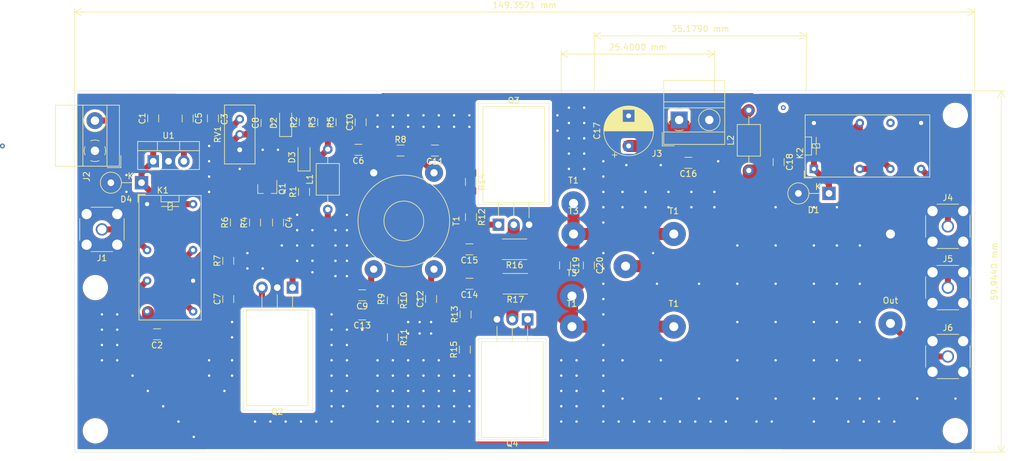
<source format=kicad_pcb>
(kicad_pcb (version 20211014) (generator pcbnew)
  (layers (0 "F.Cu" signal) (31 "B.Cu" signal) (34 "B.Paste" user) (35 "F.Paste" user) (36 "B.SilkS" user "B.Silkscreen") (37 "F.SilkS" user "F.Silkscreen") (38 "B.Mask" user) (39 "F.Mask" user) (44 "Edge.Cuts" user))
  (net 0 "")
  (net 1 "GND")
  (net 2 "Net-(C2-Pad1)")
  (net 3 "Net-(C8-Pad2)")
  (net 4 "Net-(C7-Pad2)")
  (net 5 "Bias_A")
  (net 6 "Net-(J1-Pad1)")
  (net 7 "12V_Switch")
  (net 8 "Net-(C11-Pad2)")
  (net 9 "Net-(C11-Pad1)")
  (net 10 "Net-(Q3-Pad1)")
  (net 11 "Net-(Q4-Pad1)")
  (net 12 "Net-(C12-Pad1)")
  (net 13 "Net-(C9-Pad1)")
  (net 14 "Net-(C2-Pad2)")
  (net 15 "Net-(C3-Pad1)")
  (net 16 "Net-(C14-Pad1)")
  (net 17 "Net-(C6-Pad2)")
  (net 18 "Net-(C7-Pad1)")
  (net 19 "Net-(C15-Pad1)")
  (net 20 "Net-(J4-Pad1)")
  (net 21 "Net-(C16-Pad2)")
  (net 22 "Net-(C4-Pad1)")
  (net 23 "Net-(C18-Pad2)")
  (net 24 "Net-(C19-Pad2)")
  (net 25 "Net-(C19-Pad1)")
  (net 26 "Net-(D3-Pad1)")
  (net 27 "Net-(D2-Pad1)")
  (net 28 "Net-(C12-Pad2)")
  (net 29 "Net-(J5-Pad1)")
  (net 30 "Net-(J6-Pad1)")
  (net 31 "Net-(C20-Pad2)")
  (net 32 "Net-(C20-Pad1)")
  (net 33 "Net-(K1-Pad6)")
  (footprint "Capacitor_SMD:C_1206_3216Metric_Pad1.42x1.75mm_HandSolder" (layer "F.Cu") (at 121.285 54.102 180)
    (fp_text reference "C11")
    (fp_text value "100n")
  )
  (footprint "Capacitor_SMD:C_1206_3216Metric_Pad1.42x1.75mm_HandSolder" (layer "F.Cu") (at 93.345 49.53 90)
    (fp_text reference "C8")
    (fp_text value "100n")
  )
  (footprint "Capacitor_SMD:C_1206_3216Metric_Pad1.42x1.75mm_HandSolder" (layer "F.Cu") (at 74.549 48.768 90)
    (fp_text reference "C1")
    (fp_text value "10u")
  )
  (footprint "Capacitor_SMD:C_1206_3216Metric_Pad1.42x1.75mm_HandSolder" (layer "F.Cu") (at 84.455 48.768 90)
    (fp_text reference "C3")
    (fp_text value "10u")
  )
  (footprint "Capacitor_SMD:C_1206_3216Metric_Pad1.42x1.75mm_HandSolder" (layer "F.Cu") (at 80.264 48.768 -90)
    (fp_text reference "C5")
    (fp_text value "100n")
  )
  (footprint "Capacitor_SMD:C_1206_3216Metric_Pad1.42x1.75mm_HandSolder" (layer "F.Cu") (at 163.322 56.134 180)
    (fp_text reference "C16")
    (fp_text value "100n")
  )
  (footprint "Connector_Coaxial:SMA_Amphenol_132134_Vertical" (layer "F.Cu") (at 66.04 67.183 180)
    (fp_text reference "J1")
    (fp_text value "Conn_Coaxial")
  )
  (footprint "TerminalBlock_MetzConnect:TerminalBlock_MetzConnect_Type011_RT05502HBWC_1x02_P5.00mm_Horizontal" (layer "F.Cu") (at 64.87668 54.13756 90)
    (fp_text reference "J2")
    (fp_text value "12V Switch")
  )
  (footprint "Connector_Coaxial:SMA_Amphenol_132134_Vertical" (layer "F.Cu") (at 206.375 76.835)
    (fp_text reference "J5")
    (fp_text value "Conn_Coaxial")
  )
  (footprint "TerminalBlock_MetzConnect:TerminalBlock_MetzConnect_Type011_RT05502HBWC_1x02_P5.00mm_Horizontal" (layer "F.Cu") (at 161.798 49.022)
    (fp_text reference "J3")
    (fp_text value "12V Power")
  )
  (footprint "Relay_THT:Relay_DPDT_Omron_G5V-2" (layer "F.Cu") (at 73.533 62.992)
    (fp_text reference "K1")
    (fp_text value "G5V-2")
  )
  (footprint "Relay_THT:Relay_DPDT_Omron_G5V-2" (layer "F.Cu") (at 184.15 57.15 90)
    (fp_text reference "K2")
    (fp_text value "G5V-2")
  )
  (footprint "Resistor_SMD:R_1206_3216Metric_Pad1.42x1.75mm_HandSolder" (layer "F.Cu") (at 127.254 65.151 -90)
    (fp_text reference "R12")
    (fp_text value "1")
  )
  (footprint "Resistor_SMD:R_1206_3216Metric_Pad1.42x1.75mm_HandSolder" (layer "F.Cu") (at 126.365 81.28 90)
    (fp_text reference "R13")
    (fp_text value "1")
  )
  (footprint "Package_TO_SOT_THT:TO-220-3_Vertical" (layer "F.Cu") (at 74.549 55.88)
    (fp_text reference "U1")
    (fp_text value "L7805")
  )
  (footprint "Capacitor_SMD:C_1206_3216Metric_Pad1.42x1.75mm_HandSolder" (layer "F.Cu") (at 127 70.485 180)
    (fp_text reference "C15")
    (fp_text value "100n")
  )
  (footprint "Capacitor_SMD:C_1206_3216Metric_Pad1.42x1.75mm_HandSolder" (layer "F.Cu") (at 127 76.2 180)
    (fp_text reference "C14")
    (fp_text value "100n")
  )
  (footprint "Resistor_SMD:R_2512_6332Metric_Pad1.52x3.35mm_HandSolder" (layer "F.Cu") (at 134.493 70.485 180)
    (fp_text reference "R16")
    (fp_text value "220")
  )
  (footprint "Resistor_SMD:R_2512_6332Metric_Pad1.52x3.35mm_HandSolder" (layer "F.Cu") (at 134.62 76.2 180)
    (fp_text reference "R17")
    (fp_text value "220")
  )
  (footprint "Package_TO_SOT_THT:TO-220-3_Horizontal_TabDown" (layer "F.Cu") (at 131.82092 66.40068)
    (fp_text reference "Q3")
    (fp_text value "IRF510")
  )
  (footprint "Package_TO_SOT_THT:TO-220-3_Horizontal_TabDown" (layer "F.Cu") (at 136.65708 82.10804 180)
    (fp_text reference "Q4")
    (fp_text value "IRF510")
  )
  (footprint "Potentiometer_THT:Potentiometer_Bourns_3296W_Vertical" (layer "F.Cu") (at 88.9 48.895 90)
    (fp_text reference "RV1")
    (fp_text value "R_POT")
  )
  (footprint "Resistor_SMD:R_1206_3216Metric_Pad1.42x1.75mm_HandSolder" (layer "F.Cu") (at 115.57 54.102)
    (fp_text reference "R8")
    (fp_text value "10")
  )
  (footprint "Capacitor_SMD:C_1206_3216Metric_Pad1.42x1.75mm_HandSolder" (layer "F.Cu") (at 142.875 73.152 -90)
    (fp_text reference "C19")
    (fp_text value "500p")
  )
  (footprint "Inductor_THT:L_Axial_L5.0mm_D3.6mm_P10.00mm_Horizontal_Murata_BL01RN1A2A2" (layer "F.Cu") (at 173.355 57.404 90)
    (fp_text reference "L2")
    (fp_text value "100u")
  )
  (footprint "Connector_Coaxial:SMA_Amphenol_132134_Vertical" (layer "F.Cu") (at 206.375 88.265)
    (fp_text reference "J6")
    (fp_text value "LPF")
  )
  (footprint "Connector_Coaxial:SMA_Amphenol_132134_Vertical" (layer "F.Cu") (at 206.375 66.675)
    (fp_text reference "J4")
    (fp_text value "LPF-Out")
  )
  (footprint "Capacitor_THT:CP_Radial_D8.0mm_P5.00mm" (layer "F.Cu") (at 153.416 53.34 90)
    (fp_text reference "C17")
    (fp_text value "100u")
  )
  (footprint "Capacitor_SMD:C_1206_3216Metric_Pad1.42x1.75mm_HandSolder" (layer "F.Cu") (at 178.308 56.007 -90)
    (fp_text reference "C18")
    (fp_text value "100n")
  )
  (footprint "Capacitor_SMD:C_1206_3216Metric_Pad1.42x1.75mm_HandSolder" (layer "F.Cu") (at 108.966 49.403 90)
    (fp_text reference "C10")
    (fp_text value "100n")
  )
  (footprint "Capacitor_SMD:C_1206_3216Metric_Pad1.42x1.75mm_HandSolder" (layer "F.Cu") (at 108.585 53.975 180)
    (fp_text reference "C6")
    (fp_text value "100n")
  )
  (footprint "Capacitor_SMD:C_1206_3216Metric_Pad1.42x1.75mm_HandSolder" (layer "F.Cu") (at 95.25 66.04 -90)
    (fp_text reference "C4")
    (fp_text value "1u")
  )
  (footprint "Capacitor_SMD:C_1206_3216Metric_Pad1.42x1.75mm_HandSolder" (layer "F.Cu") (at 109.22 78.105 180)
    (fp_text reference "C9")
    (fp_text value "100n")
  )
  (footprint "Capacitor_SMD:C_1206_3216Metric_Pad1.42x1.75mm_HandSolder" (layer "F.Cu") (at 86.995 78.74 90)
    (fp_text reference "C7")
    (fp_text value "100n")
  )
  (footprint "Capacitor_SMD:C_1206_3216Metric_Pad1.42x1.75mm_HandSolder" (layer "F.Cu") (at 75.184 84.582 180)
    (fp_text reference "C2")
    (fp_text value "100n")
  )
  (footprint "Diode_SMD:D_SOD-123" (layer "F.Cu") (at 96.52 49.53 90)
    (fp_text reference "D2")
    (fp_text value "D")
  )
  (footprint "Diode_SMD:D_SOD-123" (layer "F.Cu") (at 99.568 55.245 90)
    (fp_text reference "D3")
    (fp_text value "D")
  )
  (footprint "Inductor_THT:L_Axial_L5.0mm_D3.6mm_P10.00mm_Horizontal_Murata_BL01RN1A2A2" (layer "F.Cu") (at 103.505 63.881 90)
    (fp_text reference "L1")
    (fp_text value "100u")
  )
  (footprint "Package_TO_SOT_SMD:SOT-23" (layer "F.Cu") (at 93.472 60.452 -90)
    (fp_text reference "Q1")
    (fp_text value "2N3906")
  )
  (footprint "Package_TO_SOT_THT:TO-220-3_Horizontal_TabDown" (layer "F.Cu") (at 97.663 76.835 180)
    (fp_text reference "Q2")
    (fp_text value "RD6HHF1")
  )
  (footprint "Resistor_SMD:R_1206_3216Metric_Pad1.42x1.75mm_HandSolder" (layer "F.Cu") (at 99.695 49.403 90)
    (fp_text reference "R2")
    (fp_text value "10")
  )
  (footprint "Resistor_SMD:R_1206_3216Metric_Pad1.42x1.75mm_HandSolder" (layer "F.Cu") (at 102.743 49.403 90)
    (fp_text reference "R3")
    (fp_text value "10")
  )
  (footprint "Resistor_SMD:R_1206_3216Metric_Pad1.42x1.75mm_HandSolder" (layer "F.Cu") (at 105.791 49.403 90)
    (fp_text reference "R5")
    (fp_text value "10")
  )
  (footprint "Resistor_SMD:R_1206_3216Metric_Pad1.42x1.75mm_HandSolder" (layer "F.Cu") (at 99.568 60.96 90)
    (fp_text reference "R1")
    (fp_text value "1k")
  )
  (footprint "Resistor_SMD:R_1206_3216Metric_Pad1.42x1.75mm_HandSolder" (layer "F.Cu") (at 91.44 66.04 90)
    (fp_text reference "R4")
    (fp_text value "1k")
  )
  (footprint "Resistor_SMD:R_1206_3216Metric_Pad1.42x1.75mm_HandSolder" (layer "F.Cu") (at 86.995 72.39 90)
    (fp_text reference "R7")
    (fp_text value "560")
  )
  (footprint "Resistor_SMD:R_1206_3216Metric_Pad1.42x1.75mm_HandSolder" (layer "F.Cu") (at 88.265 66.04 90)
    (fp_text reference "R6")
    (fp_text value "1k")
  )
  (footprint "Transformer_THT:Transformer_Toroid_Horizontal_D14.0mm_Amidon-T50" (layer "F.Cu") (at 111.125 57.785 -90)
    (fp_text reference "T1")
    (fp_text value "Transformer_1P_1S")
  )
  (footprint "Connector_Wire:SolderWirePad_1x01_Drill1.5mm" (layer "F.Cu") (at 196.85 82.787249)
    (fp_text reference "Out")
    (fp_text value " ")
  )
  (footprint "Connector_Wire:SolderWirePad_1x01_Drill1.5mm" (layer "F.Cu") (at 144.018 83.312)
    (fp_text reference "T1")
    (fp_text value " ")
  )
  (footprint "Connector_Wire:SolderWirePad_1x01_Drill1.5mm" (layer "F.Cu") (at 144.272 62.865)
    (fp_text reference "T1")
    (fp_text value " ")
  )
  (footprint "Connector_Wire:SolderWirePad_1x01_Drill1.5mm" (layer "F.Cu") (at 144.272 67.945)
    (fp_text reference "T3")
    (fp_text value " ")
  )
  (footprint "Connector_Wire:SolderWirePad_1x01_Drill1.5mm" (layer "F.Cu") (at 144.018 78.232)
    (fp_text reference "T3")
    (fp_text value " ")
  )
  (footprint "MountingHole:MountingHole_3.2mm_M3" (layer "F.Cu") (at 207.61 100.575)
    (fp_text reference " ")
    (fp_text value " ")
  )
  (footprint "MountingHole:MountingHole_3.2mm_M3" (layer "F.Cu") (at 207.61 48.26)
    (fp_text reference " ")
    (fp_text value " ")
  )
  (footprint "MountingHole:MountingHole_3.2mm_M3" (layer "F.Cu") (at 64.95 100.59)
    (fp_text reference " ")
    (fp_text value " ")
  )
  (footprint "MountingHole:MountingHole_3.2mm_M3" (layer "F.Cu") (at 64.95 76.835)
    (fp_text reference " ")
    (fp_text value " ")
  )
  (footprint "Capacitor_SMD:C_1206_3216Metric_Pad1.42x1.75mm_HandSolder" (layer "F.Cu") (at 120.65 78.74 90)
    (fp_text reference "C12")
    (fp_text value "100n")
  )
  (footprint "Resistor_SMD:R_1206_3216Metric_Pad1.42x1.75mm_HandSolder" (layer "F.Cu") (at 114.3 78.9575 -90)
    (fp_text reference "R10")
    (fp_text value "1k")
  )
  (footprint "Resistor_SMD:R_1206_3216Metric_Pad1.42x1.75mm_HandSolder" (layer "F.Cu") (at 117.475 78.74 90)
    (fp_text reference "R9")
    (fp_text value "10")
  )
  (footprint "Resistor_SMD:R_1206_3216Metric_Pad1.42x1.75mm_HandSolder" (layer "F.Cu") (at 114.3 85.09 -90)
    (fp_text reference "R11")
    (fp_text value "1k")
  )
  (footprint "Capacitor_SMD:C_1206_3216Metric_Pad1.42x1.75mm_HandSolder" (layer "F.Cu") (at 109.22 81.28 180)
    (fp_text reference "C13")
    (fp_text value "100n")
  )
  (footprint "Connector_Wire:SolderWirePad_1x01_Drill1.5mm" (layer "F.Cu") (at 160.909 67.945)
    (fp_text reference "T1")
    (fp_text value " ")
  )
  (footprint "Connector_Wire:SolderWirePad_1x01_Drill1.5mm" (layer "F.Cu") (at 160.909 83.312)
    (fp_text reference "T1")
    (fp_text value " ")
  )
  (footprint "Connector_Wire:SolderWirePad_1x01_Drill1.5mm" (layer "F.Cu") (at 196.85 67.945)
    (fp_text reference " ")
    (fp_text value " ")
  )
  (footprint "Capacitor_SMD:C_1206_3216Metric_Pad1.42x1.75mm_HandSolder" (layer "F.Cu") (at 146.812 73.152 -90)
    (fp_text reference "C20")
    (fp_text value "500p")
  )
  (footprint "Connector_Wire:SolderWirePad_1x01_Drill1.5mm" (layer "F.Cu") (at 152.908 73.279)
    (fp_text reference " ")
    (fp_text value " ")
  )
  (footprint "Resistor_SMD:R_1206_3216Metric_Pad1.42x1.75mm_HandSolder" (layer "F.Cu") (at 127.254 59.309 -90)
    (fp_text reference "R14")
    (fp_text value "1k")
  )
  (footprint "Resistor_SMD:R_1206_3216Metric_Pad1.42x1.75mm_HandSolder" (layer "F.Cu") (at 126.238 87.122 90)
    (fp_text reference "R15")
    (fp_text value "1k")
  )
  (footprint "Diode_THT:D_DO-41_SOD81_P5.08mm_Vertical_KathodeUp" (layer "F.Cu") (at 72.607818 59.436 180)
    (fp_text reference "D4")
    (fp_text value "1n4007")
  )
  (footprint "Diode_THT:D_DO-41_SOD81_P5.08mm_Vertical_KathodeUp" (layer "F.Cu") (at 186.653818 61.214 180)
    (fp_text reference "D1")
    (fp_text value "1n4007")
  )
  (gr_line (start 61.49 104.13) (end 61.468 44.18584) (layer "Edge.Cuts") (width 0.05))
  (gr_line (start 128.524 85.344) (end 139.7 85.344) (layer "Edge.Cuts") (width 0.05))
  (gr_line (start 139.7 102.108) (end 128.524 102.108) (layer "Edge.Cuts") (width 0.05))
  (gr_line (start 139.7 85.344) (end 139.7 102.108) (layer "Edge.Cuts") (width 0.05))
  (gr_line (start 128.524 85.344) (end 128.524 102.108) (layer "Edge.Cuts") (width 0.05))
  (gr_line (start 89.535 97.155) (end 89.535 80.645) (layer "Edge.Cuts") (width 0.05))
  (gr_line (start 61.468 44.18584) (end 210.82 44.196) (layer "Edge.Cuts") (width 0.05))
  (gr_line (start 210.82 44.196) (end 210.82 104.14) (layer "Edge.Cuts") (width 0.05))
  (gr_line (start 100.965 97.155) (end 89.535 97.155) (layer "Edge.Cuts") (width 0.05))
  (gr_line (start 210.82 104.14) (end 61.49 104.13) (layer "Edge.Cuts") (width 0.05))
  (gr_line (start 100.965 80.645) (end 100.965 97.155) (layer "Edge.Cuts") (width 0.05))
  (gr_line (start 128.524 62.992) (end 128.524 46.228) (layer "Edge.Cuts") (width 0.05))
  (gr_line (start 128.524 46.228) (end 140.208 46.228) (layer "Edge.Cuts") (width 0.05))
  (gr_line (start 140.208 62.992) (end 128.524 62.992) (layer "Edge.Cuts") (width 0.05))
  (gr_line (start 140.208 46.228) (end 140.208 62.992) (layer "Edge.Cuts") (width 0.05))
  (gr_line (start 89.535 80.645) (end 100.965 80.645) (layer "Edge.Cuts") (width 0.05))
  (dimension (type aligned) (layer "F.SilkS") (pts (xy 210.82 44.196) (xy 210.82 104.14)) (height -4.41452) (gr_text "59.9440 mm" (at 214.08452 74.168 90) (layer "F.SilkS") (effects (font (size 1 1) (thickness 0.15)))) (format (units 2) (units_format 1) (precision 4)) (style (thickness 0.12) (arrow_length 1.27) (text_position_mode 0) (extension_height 0.58642) (extension_offset 0) keep_text_aligned))
  (dimension (type aligned) (layer "F.SilkS") (pts (xy 182.88 44.069) (xy 147.701 44.069)) (height 9.01218) (gr_text "35.1790 mm" (at 165.2905 33.90682) (layer "F.SilkS") (effects (font (size 1 1) (thickness 0.15)))) (format (units 2) (units_format 1) (precision 4)) (style (thickness 0.12) (arrow_length 1.27) (text_position_mode 0) (extension_height 0.58642) (extension_offset 0) keep_text_aligned))
  (dimension (type aligned) (layer "F.SilkS") (pts (xy 167.64 44.45) (xy 142.24 44.45)) (height 6.35) (gr_text "25.4000 mm" (at 154.94 36.95) (layer "F.SilkS") (effects (font (size 1 1) (thickness 0.15)))) (format (units 2) (units_format 1) (precision 4)) (style (thickness 0.12) (arrow_length 1.27) (text_position_mode 0) (extension_height 0.58642) (extension_offset 0) keep_text_aligned))
  (dimension (type aligned) (layer "F.SilkS") (pts (xy 210.82 44.196) (xy 61.46292 44.196)) (height 13.071768) (gr_text "149.3571 mm" (at 136.14146 29.974232) (layer "F.SilkS") (effects (font (size 1 1) (thickness 0.15)))) (format (units 2) (units_format 1) (precision 4)) (style (thickness 0.12) (arrow_length 1.27) (text_position_mode 0) (extension_height 0.58642) (extension_offset 0) keep_text_aligned))
  (via (at 49.53 53.34) (size 0.8) (drill 0.4) (layers "F.Cu" "B.Cu") (net 0))
  (via (at 124.46 50.165) (size 0.8) (drill 0.4) (layers "F.Cu" "B.Cu") (net 1))
  (via (at 66.04 81.28) (size 0.8) (drill 0.4) (layers "F.Cu" "B.Cu") (net 1))
  (via (at 87.63 82.55) (size 0.8) (drill 0.4) (layers "F.Cu" "B.Cu") (net 1))
  (via (at 100.965 67.31) (size 0.8) (drill 0.4) (layers "F.Cu" "B.Cu") (net 1))
  (via (at 167.005 99.06) (size 0.8) (drill 0.4) (layers "F.Cu" "B.Cu") (net 1))
  (via (at 149.225 76.2) (size 0.8) (drill 0.4) (layers "F.Cu" "B.Cu") (net 1))
  (via (at 98.425 67.31) (size 0.8) (drill 0.4) (layers "F.Cu" "B.Cu") (net 1))
  (via (at 149.225 63.5) (size 0.8) (drill 0.4) (layers "F.Cu" "B.Cu") (net 1))
  (via (at 149.225 55.88) (size 0.8) (drill 0.4) (layers "F.Cu" "B.Cu") (net 1))
  (via (at 165.1 95.25) (size 0.8) (drill 0.4) (layers "F.Cu" "B.Cu") (net 1))
  (via (at 171.45 88.9) (size 0.8) (drill 0.4) (layers "F.Cu" "B.Cu") (net 1))
  (via (at 98.425 64.77) (size 0.8) (drill 0.4) (layers "F.Cu" "B.Cu") (net 1))
  (via (at 73.66 93.98) (size 0.8) (drill 0.4) (layers "F.Cu" "B.Cu") (net 1))
  (via (at 118.745 82.55) (size 0.8) (drill 0.4) (layers "F.Cu" "B.Cu") (net 1))
  (via (at 143.51 46.99) (size 0.8) (drill 0.4) (layers "F.Cu" "B.Cu") (net 1))
  (via (at 184.15 69.85) (size 0.8) (drill 0.4) (layers "F.Cu" "B.Cu") (net 1))
  (via (at 91.44 99.06) (size 0.8) (drill 0.4) (layers "F.Cu" "B.Cu") (net 1))
  (via (at 171.45 69.85) (size 0.8) (drill 0.4) (layers "F.Cu" "B.Cu") (net 1))
  (via (at 161.925 99.06) (size 0.8) (drill 0.4) (layers "F.Cu" "B.Cu") (net 1))
  (via (at 90.17 71.12) (size 0.8) (drill 0.4) (layers "F.Cu" "B.Cu") (net 1))
  (via (at 156.21 63.5) (size 0.8) (drill 0.4) (layers "F.Cu" "B.Cu") (net 1))
  (via (at 157.48 71.12) (size 0.8) (drill 0.4) (layers "F.Cu" "B.Cu") (net 1))
  (via (at 120.65 84.455) (size 0.8) (drill 0.4) (layers "F.Cu" "B.Cu") (net 1))
  (via (at 95.885 69.85) (size 0.8) (drill 0.4) (layers "F.Cu" "B.Cu") (net 1))
  (via (at 111.76 93.98) (size 0.8) (drill 0.4) (layers "F.Cu" "B.Cu") (net 1))
  (via (at 127 96.52) (size 0.8) (drill 0.4) (layers "F.Cu" "B.Cu") (net 1))
  (via (at 83.82 55.88) (size 0.8) (drill 0.4) (layers "F.Cu" "B.Cu") (net 1))
  (via (at 149.225 99.06) (size 0.8) (drill 0.4) (layers "F.Cu" "B.Cu") (net 1))
  (via (at 98.425 72.39) (size 0.8) (drill 0.4) (layers "F.Cu" "B.Cu") (net 1))
  (via (at 111.76 91.44) (size 0.8) (drill 0.4) (layers "F.Cu" "B.Cu") (net 1))
  (via (at 114.3 48.26) (size 0.8) (drill 0.4) (layers "F.Cu" "B.Cu") (net 1))
  (via (at 96.52 99.06) (size 0.8) (drill 0.4) (layers "F.Cu" "B.Cu") (net 1))
  (via (at 116.84 93.98) (size 0.8) (drill 0.4) (layers "F.Cu" "B.Cu") (net 1))
  (via (at 124.46 93.98) (size 0.8) (drill 0.4) (layers "F.Cu" "B.Cu") (net 1))
  (via (at 184.15 88.9) (size 0.8) (drill 0.4) (layers "F.Cu" "B.Cu") (net 1))
  (via (at 119.38 96.52) (size 0.8) (drill 0.4) (layers "F.Cu" "B.Cu") (net 1))
  (via (at 106.68 67.31) (size 0.8) (drill 0.4) (layers "F.Cu" "B.Cu") (net 1))
  (via (at 104.14 81.28) (size 0.8) (drill 0.4) (layers "F.Cu" "B.Cu") (net 1))
  (via (at 121.92 88.9) (size 0.8) (drill 0.4) (layers "F.Cu" "B.Cu") (net 1))
  (via (at 104.14 86.36) (size 0.8) (drill 0.4) (layers "F.Cu" "B.Cu") (net 1))
  (via (at 116.84 91.44) (size 0.8) (drill 0.4) (layers "F.Cu" "B.Cu") (net 1))
  (via (at 119.38 99.06) (size 0.8) (drill 0.4) (layers "F.Cu" "B.Cu") (net 1))
  (via (at 83.82 58.42) (size 0.8) (drill 0.4) (layers "F.Cu" "B.Cu") (net 1))
  (via (at 191.77 82.55) (size 0.8) (drill 0.4) (layers "F.Cu" "B.Cu") (net 1))
  (via (at 119.38 91.44) (size 0.8) (drill 0.4) (layers "F.Cu" "B.Cu") (net 1))
  (via (at 104.14 88.9) (size 0.8) (drill 0.4) (layers "F.Cu" "B.Cu") (net 1))
  (via (at 158.75 56.515) (size 0.8) (drill 0.4) (layers "F.Cu" "B.Cu") (net 1))
  (via (at 104.775 72.39) (size 0.8) (drill 0.4) (layers "F.Cu" "B.Cu") (net 1))
  (via (at 143.51 57.15) (size 0.8) (drill 0.4) (layers "F.Cu" "B.Cu") (net 1))
  (via (at 156.21 60.96) (size 0.8) (drill 0.4) (layers "F.Cu" "B.Cu") (net 1))
  (via (at 71.12 91.44) (size 0.8) (drill 0.4) (layers "F.Cu" "B.Cu") (net 1))
  (via (at 191.77 95.25) (size 0.8) (drill 0.4) (layers "F.Cu" "B.Cu") (net 1))
  (via (at 156.845 99.06) (size 0.8) (drill 0.4) (layers "F.Cu" "B.Cu") (net 1))
  (via (at 177.8 88.9) (size 0.8) (drill 0.4) (layers "F.Cu" "B.Cu") (net 1))
  (via (at 163.83 63.5) (size 0.8) (drill 0.4) (layers "F.Cu" "B.Cu") (net 1))
  (via (at 149.225 78.74) (size 0.8) (drill 0.4) (layers "F.Cu" "B.Cu") (net 1))
  (via (at 146.05 54.61) (size 0.8) (drill 0.4) (layers "F.Cu" "B.Cu") (net 1))
  (via (at 184.15 63.5) (size 0.8) (drill 0.4) (layers "F.Cu" "B.Cu") (net 1))
  (via (at 191.77 69.85) (size 0.8) (drill 0.4) (layers "F.Cu" "B.Cu") (net 1))
  (via (at 158.75 88.9) (size 0.8) (drill 0.4) (layers "F.Cu" "B.Cu") (net 1))
  (via (at 106.68 74.93) (size 0.8) (drill 0.4) (layers "F.Cu" "B.Cu") (net 1))
  (via (at 141.605 50.8) (size 0.8) (drill 0.4) (layers "F.Cu" "B.Cu") (net 1))
  (via (at 127 48.26) (size 0.8) (drill 0.4) (layers "F.Cu" "B.Cu") (net 1))
  (via (at 197.485 99.06) (size 0.8) (drill 0.4) (layers "F.Cu" "B.Cu") (net 1))
  (via (at 149.225 66.04) (size 0.8) (drill 0.4) (layers "F.Cu" "B.Cu") (net 1))
  (via (at 177.8 76.2) (size 0.8) (drill 0.4) (layers "F.Cu" "B.Cu") (net 1))
  (via (at 83.82 60.96) (size 0.8) (drill 0.4) (layers "F.Cu" "B.Cu") (net 1))
  (via (at 127 99.06) (size 0.8) (drill 0.4) (layers "F.Cu" "B.Cu") (net 1))
  (via (at 116.84 84.455) (size 0.8) (drill 0.4) (layers "F.Cu" "B.Cu") (net 1))
  (via (at 160.02 60.96) (size 0.8) (drill 0.4) (layers "F.Cu" "B.Cu") (net 1))
  (via (at 121.92 91.44) (size 0.8) (drill 0.4) (layers "F.Cu" "B.Cu") (net 1))
  (via (at 177.165 99.06) (size 0.8) (drill 0.4) (layers "F.Cu" "B.Cu") (net 1))
  (via (at 152.4 60.96) (size 0.8) (drill 0.4) (layers "F.Cu" "B.Cu") (net 1))
  (via (at 106.68 91.44) (size 0.8) (drill 0.4) (layers "F.Cu" "B.Cu") (net 1))
  (via (at 83.82 53.34) (size 0.8) (drill 0.4) (layers "F.Cu" "B.Cu") (net 1))
  (via (at 146.05 46.99) (size 0.8) (drill 0.4) (layers "F.Cu" "B.Cu") (net 1))
  (via (at 78.74 99.06) (size 0.8) (drill 0.4) (layers "F.Cu" "B.Cu") (net 1))
  (via (at 142.24 93.98) (size 0.8) (drill 0.4) (layers "F.Cu" "B.Cu") (net 1))
  (via (at 154.305 99.06) (size 0.8) (drill 0.4) (layers "F.Cu" "B.Cu") (net 1))
  (via (at 144.78 93.98) (size 0.8) (drill 0.4) (layers "F.Cu" "B.Cu") (net 1))
  (via (at 191.77 88.9) (size 0.8) (drill 0.4) (layers "F.Cu" "B.Cu") (net 1))
  (via (at 164.465 99.06) (size 0.8) (drill 0.4) (layers "F.Cu" "B.Cu") (net 1))
  (via (at 106.68 72.39) (size 0.8) (drill 0.4) (layers "F.Cu" "B.Cu") (net 1))
  (via (at 114.3 88.9) (size 0.8) (drill 0.4) (layers "F.Cu" "B.Cu") (net 1))
  (via (at 144.78 91.44) (size 0.8) (drill 0.4) (layers "F.Cu" "B.Cu") (net 1))
  (via (at 144.78 99.06) (size 0.8) (drill 0.4) (layers "F.Cu" "B.Cu") (net 1))
  (via (at 116.84 88.9) (size 0.8) (drill 0.4) (layers "F.Cu" "B.Cu") (net 1))
  (via (at 149.225 91.44) (size 0.8) (drill 0.4) (layers "F.Cu" "B.Cu") (net 1))
  (via (at 153.035 56.515) (size 0.8) (drill 0.4) (layers "F.Cu" "B.Cu") (net 1))
  (via (at 106.045 96.52) (size 0.8) (drill 0.4) (layers "F.Cu" "B.Cu") (net 1))
  (via (at 70.104 58.166) (size 0.8) (drill 0.4) (layers "F.Cu" "B.Cu") (net 1))
  (via (at 100.965 69.85) (size 0.8) (drill 0.4) (layers "F.Cu" "B.Cu") (net 1))
  (via (at 87.63 91.44) (size 0.8) (drill 0.4) (layers "F.Cu" "B.Cu") (net 1))
  (via (at 149.225 81.28) (size 0.8) (drill 0.4) (layers "F.Cu" "B.Cu") (net 1))
  (via (at 121.92 48.26) (size 0.8) (drill 0.4) (layers "F.Cu" "B.Cu") (net 1))
  (via (at 149.225 71.12) (size 0.8) (drill 0.4) (layers "F.Cu" "B.Cu") (net 1))
  (via (at 114.3 99.06) (size 0.8) (drill 0.4) (layers "F.Cu" "B.Cu") (net 1))
  (via (at 127 93.98) (size 0.8) (drill 0.4) (layers "F.Cu" "B.Cu") (net 1))
  (via (at 106.68 64.77) (size 0.8) (drill 0.4) (layers "F.Cu" "B.Cu") (net 1))
  (via (at 104.14 96.52) (size 0.8) (drill 0.4) (layers "F.Cu" "B.Cu") (net 1))
  (via (at 106.68 86.36) (size 0.8) (drill 0.4) (layers "F.Cu" "B.Cu") (net 1))
  (via (at 143.51 54.61) (size 0.8) (drill 0.4) (layers "F.Cu" "B.Cu") (net 1))
  (via (at 149.225 58.42) (size 0.8) (drill 0.4) (layers "F.Cu" "B.Cu") (net 1))
  (via (at 141.605 48.26) (size 0.8) (drill 0.4) (layers "F.Cu" "B.Cu") (net 1))
  (via (at 66.04 88.9) (size 0.8) (drill 0.4) (layers "F.Cu" "B.Cu") (net 1))
  (via (at 149.225 86.36) (size 0.8) (drill 0.4) (layers "F.Cu" "B.Cu") (net 1))
  (via (at 106.68 83.82) (size 0.8) (drill 0.4) (layers "F.Cu" "B.Cu") (net 1))
  (via (at 184.15 76.2) (size 0.8) (drill 0.4) (layers "F.Cu" "B.Cu") (net 1))
  (via (at 119.38 88.9) (size 0.8) (drill 0.4) (layers "F.Cu" "B.Cu") (net 1))
  (via (at 146.05 52.07) (size 0.8) (drill 0.4) (layers "F.Cu" "B.Cu") (net 1))
  (via (at 191.77 76.2) (size 0.8) (drill 0.4) (layers "F.Cu" "B.Cu") (net 1))
  (via (at 104.14 91.44) (size 0.8) (drill 0.4) (layers "F.Cu" "B.Cu") (net 1))
  (via (at 174.625 99.06) (size 0.8) (drill 0.4) (layers "F.Cu" "B.Cu") (net 1))
  (via (at 101.6 99.06) (size 0.8) (drill 0.4) (layers "F.Cu" "B.Cu") (net 1))
  (via (at 119.38 48.26) (size 0.8) (drill 0.4) (layers "F.Cu" "B.Cu") (net 1))
  (via (at 184.15 82.55) (size 0.8) (drill 0.4) (layers "F.Cu" "B.Cu") (net 1))
  (via (at 68.58 88.9) (size 0.8) (drill 0.4) (layers "F.Cu" "B.Cu") (net 1))
  (via (at 149.225 60.96) (size 0.8) (drill 0.4) (layers "F.Cu" "B.Cu") (net 1))
  (via (at 177.8 63.5) (size 0.8) (drill 0.4) (layers "F.Cu" "B.Cu") (net 1))
  (via (at 116.84 82.55) (size 0.8) (drill 0.4) (layers "F.Cu" "B.Cu") (net 1))
  (via (at 184.15 99.06) (size 0.8) (drill 0.4) (layers "F.Cu" "B.Cu") (net 1))
  (via (at 81.28 101.6) (size 0.8) (drill 0.4) (layers "F.Cu" "B.Cu") (net 1))
  (via (at 124.46 99.06) (size 0.8) (drill 0.4) (layers "F.Cu" "B.Cu") (net 1))
  (via (at 163.83 60.96) (size 0.8) (drill 0.4) (layers "F.Cu" "B.Cu") (net 1))
  (via (at 124.46 91.44) (size 0.8) (drill 0.4) (layers "F.Cu" "B.Cu") (net 1))
  (via (at 142.24 99.06) (size 0.8) (drill 0.4) (layers "F.Cu" "B.Cu") (net 1))
  (via (at 114.3 91.44) (size 0.8) (drill 0.4) (layers "F.Cu" "B.Cu") (net 1))
  (via (at 66.04 83.82) (size 0.8) (drill 0.4) (layers "F.Cu" "B.Cu") (net 1))
  (via (at 111.76 50.165) (size 0.8) (drill 0.4) (layers "F.Cu" "B.Cu") (net 1))
  (via (at 121.92 99.06) (size 0.8) (drill 0.4) (layers "F.Cu" "B.Cu") (net 1))
  (via (at 127 91.44) (size 0.8) (drill 0.4) (layers "F.Cu" "B.Cu") (net 1))
  (via (at 120.65 82.55) (size 0.8) (drill 0.4) (layers "F.Cu" "B.Cu") (net 1))
  (via (at 68.58 83.82) (size 0.8) (drill 0.4) (layers "F.Cu" "B.Cu") (net 1))
  (via (at 177.8 69.85) (size 0.8) (drill 0.4) (layers "F.Cu" "B.Cu") (net 1))
  (via (at 88.9 57.15) (size 0.8) (drill 0.4) (layers "F.Cu" "B.Cu") (net 1))
  (via (at 144.78 88.9) (size 0.8) (drill 0.4) (layers "F.Cu" "B.Cu") (net 1))
  (via (at 142.24 88.9) (size 0.8) (drill 0.4) (layers "F.Cu" "B.Cu") (net 1))
  (via (at 192.405 99.06) (size 0.8) (drill 0.4) (layers "F.Cu" "B.Cu") (net 1))
  (via (at 158.115 76.2) (size 0.8) (drill 0.4) (layers "F.Cu" "B.Cu") (net 1))
  (via (at 152.4 95.25) (size 0.8) (drill 0.4) (layers "F.Cu" "B.Cu") (net 1))
  (via (at 187.96 95.25) (size 0.8) (drill 0.4) (layers "F.Cu" "B.Cu") (net 1))
  (via (at 149.225 88.9) (size 0.8) (drill 0.4) (layers "F.Cu" "B.Cu") (net 1))
  (via (at 116.84 48.26) (size 0.8) (drill 0.4) (layers "F.Cu" "B.Cu") (net 1))
  (via (at 92.71 53.975) (size 0.8) (drill 0.4) (layers "F.Cu" "B.Cu") (net 1))
  (via (at 142.24 96.52) (size 0.8) (drill 0.4) (layers "F.Cu" "B.Cu") (net 1))
  (via (at 106.68 69.85) (size 0.8) (drill 0.4) (layers "F.Cu" "B.Cu") (net 1))
  (via (at 86.36 93.98) (size 0.8) (drill 0.4) (layers "F.Cu" "B.Cu") (net 1))
  (via (at 152.4 88.9) (size 0.8) (drill 0.4) (layers "F.Cu" "B.Cu") (net 1))
  (via (at 109.22 83.82) (size 0.8) (drill 0.4) (layers "F.Cu" "B.Cu") (net 1))
  (via (at 87.63 85.09) (size 0.8) (drill 0.4) (layers "F.Cu" "B.Cu") (net 1))
  (via (at 187.96 63.5) (size 0.8) (drill 0.4) (layers "F.Cu" "B.Cu") (net 1))
  (via (at 158.75 95.25) (size 0.8) (drill 0.4) (layers "F.Cu" "B.Cu") (net 1))
  (via (at 152.4 63.5) (size 0.8) (drill 0.4) (layers "F.Cu" "B.Cu") (net 1))
  (via (at 142.24 91.44) (size 0.8) (drill 0.4) (layers "F.Cu" "B.Cu") (net 1))
  (via (at 167.64 60.96) (size 0.8) (drill 0.4) (layers "F.Cu" "B.Cu") (net 1))
  (via (at 121.92 50.165) (size 0.8) (drill 0.4) (layers "F.Cu" "B.Cu") (net 1))
  (via (at 111.76 88.9) (size 0.8) (drill 0.4) (layers "F.Cu" "B.Cu") (net 1))
  (via (at 104.14 99.06) (size 0.8) (drill 0.4) (layers "F.Cu" "B.Cu") (net 1))
  (via (at 92.71 73.66) (size 0.8) (drill 0.4) (layers "F.Cu" "B.Cu") (net 1))
  (via (at 184.15 95.25) (size 0.8) (drill 0.4) (layers "F.Cu" "B.Cu") (net 1))
  (via (at 118.745 84.455) (size 0.8) (drill 0.4) (layers "F.Cu" "B.Cu") (net 1))
  (via (at 187.96 82.55) (size 0.8) (drill 0.4) (layers "F.Cu" "B.Cu") (net 1))
  (via (at 124.46 48.26) (size 0.8) (drill 0.4) (layers "F.Cu" "B.Cu") (net 1))
  (via (at 93.98 99.06) (size 0.8) (drill 0.4) (layers "F.Cu" "B.Cu") (net 1))
  (via (at 149.225 96.52) (size 0.8) (drill 0.4) (layers "F.Cu" "B.Cu") (net 1))
  (via (at 171.45 95.25) (size 0.8) (drill 0.4) (layers "F.Cu" "B.Cu") (net 1))
  (via (at 119.38 50.165) (size 0.8) (drill 0.4) (layers "F.Cu" "B.Cu") (net 1))
  (via (at 151.765 99.06) (size 0.8) (drill 0.4) (layers "F.Cu" "B.Cu") (net 1))
  (via (at 114.3 93.98) (size 0.8) (drill 0.4) (layers "F.Cu" "B.Cu") (net 1))
  (via (at 187.96 76.2) (size 0.8) (drill 0.4) (layers "F.Cu" "B.Cu") (net 1))
  (via (at 167.64 63.5) (size 0.8) (drill 0.4) (layers "F.Cu" "B.Cu") (net 1))
  (via (at 83.82 91.44) (size 0.8) (drill 0.4) (layers "F.Cu" "B.Cu") (net 1))
  (via (at 177.8 82.55) (size 0.8) (drill 0.4) (layers "F.Cu" "B.Cu") (net 1))
  (via (at 165.1 76.2) (size 0.8) (drill 0.4) (layers "F.Cu" "B.Cu") (net 1))
  (via (at 104.14 83.82) (size 0.8) (drill 0.4) (layers "F.Cu" "B.Cu") (net 1))
  (via (at 171.45 82.55) (size 0.8) (drill 0.4) (layers "F.Cu" "B.Cu") (net 1))
  (via (at 116.84 99.06) (size 0.8) (drill 0.4) (layers "F.Cu" "B.Cu") (net 1))
  (via (at 160.02 63.5) (size 0.8) (drill 0.4) (layers "F.Cu" "B.Cu") (net 1))
  (via (at 83.82 88.9) (size 0.8) (drill 0.4) (layers "F.Cu" "B.Cu") (net 1))
  (via (at 119.38 93.98) (size 0.8) (drill 0.4) (layers "F.Cu" "B.Cu") (net 1))
  (via (at 146.05 49.53) (size 0.8) (drill 0.4) (layers "F.Cu" "B.Cu") (net 1))
  (via (at 87.63 88.9) (size 0.8) (drill 0.4) (layers "F.Cu" "B.Cu") (net 1))
  (via (at 194.945 99.06) (size 0.8) (drill 0.4) (layers "F.Cu" "B.Cu") (net 1))
  (via (at 76.2 96.52) (size 0.8) (drill 0.4) (layers "F.Cu" "B.Cu") (net 1))
  (via (at 187.96 69.85) (size 0.8) (drill 0.4) (layers "F.Cu" "B.Cu") (net 1))
  (via (at 70.104 60.96) (size 0.8) (drill 0.4) (layers "F.Cu" "B.Cu") (net 1))
  (via (at 169.545 99.06) (size 0.8) (drill 0.4) (layers "F.Cu" "B.Cu") (net 1))
  (via (at 194.945 95.25) (size 0.8) (drill 0.4) (layers "F.Cu" "B.Cu") (net 1))
  (via (at 149.225 73.66) (size 0.8) (drill 0.4) (layers "F.Cu" "B.Cu") (net 1))
  (via (at 104.14 93.98) (size 0.8) (drill 0.4) (layers "F.Cu" "B.Cu") (net 1))
  (via (at 168.275 55.88) (size 0.8) (drill 0.4) (layers "F.Cu" "B.Cu") (net 1))
  (via (at 95.25 53.975) (size 0.8) (drill 0.4) (layers "F.Cu" "B.Cu") (net 1))
  (via (at 114.3 96.52) (size 0.8) (drill 0.4) (layers "F.Cu" "B.Cu") (net 1))
  (via (at 111.76 96.52) (size 0.8) (drill 0.4) (layers "F.Cu" "B.Cu") (net 1))
  (via (at 144.78 96.52) (size 0.8) (drill 0.4) (layers "F.Cu" "B.Cu") (net 1))
  (via (at 116.84 96.52) (size 0.8) (drill 0.4) (layers "F.Cu" "B.Cu") (net 1))
  (via (at 143.51 52.07) (size 0.8) (drill 0.4) (layers "F.Cu" "B.Cu") (net 1))
  (via (at 66.04 86.36) (size 0.8) (drill 0.4) (layers "F.Cu" "B.Cu") (net 1))
  (via (at 171.45 76.2) (size 0.8) (drill 0.4) (layers "F.Cu" "B.Cu") (net 1))
  (via (at 127 50.165) (size 0.8) (drill 0.4) (layers "F.Cu" "B.Cu") (net 1))
  (via (at 68.58 81.28) (size 0.8) (drill 0.4) (layers "F.Cu" "B.Cu") (net 1))
  (via (at 187.96 88.9) (size 0.8) (drill 0.4) (layers "F.Cu" "B.Cu") (net 1))
  (via (at 100.965 74.295) (size 0.8) (drill 0.4) (layers "F.Cu" "B.Cu") (net 1))
  (via (at 149.225 93.98) (size 0.8) (drill 0.4) (layers "F.Cu" "B.Cu") (net 1))
  (via (at 116.84 50.165) (size 0.8) (drill 0.4) (layers "F.Cu" "B.Cu") (net 1))
  (via (at 98.425 69.85) (size 0.8) (drill 0.4) (layers "F.Cu" "B.Cu") (net 1))
  (via (at 207.645 95.25) (size 0.8) (drill 0.4) (layers "F.Cu" "B.Cu") (net 1))
  (via (at 99.06 99.06) (size 0.8) (drill 0.4) (layers "F.Cu" "B.Cu") (net 1))
  (via (at 106.68 88.9) (size 0.8) (drill 0.4) (layers "F.Cu" "B.Cu") (net 1))
  (via (at 124.46 96.52) (size 0.8) (drill 0.4) (layers "F.Cu" "B.Cu") (net 1))
  (via (at 146.05 57.15) (size 0.8) (drill 0.4) (layers "F.Cu" "B.Cu") (net 1))
  (via (at 201.295 95.25) (size 0.8) (drill 0.4) (layers "F.Cu" "B.Cu") (net 1))
  (via (at 177.8 95.25) (size 0.8) (drill 0.4) (layers "F.Cu" "B.Cu") (net 1))
  (via (at 121.92 96.52) (size 0.8) (drill 0.4) (layers "F.Cu" "B.Cu") (net 1))
  (via (at 104.775 69.85) (size 0.8) (drill 0.4) (layers "F.Cu" "B.Cu") (net 1))
  (via (at 143.51 49.53) (size 0.8) (drill 0.4) (layers "F.Cu" "B.Cu") (net 1))
  (via (at 111.76 48.26) (size 0.8) (drill 0.4) (layers "F.Cu" "B.Cu") (net 1))
  (via (at 149.225 73.66) (size 0.8) (drill 0.4) (layers "F.Cu" "B.Cu") (net 1))
  (via (at 68.58 86.36) (size 0.8) (drill 0.4) (layers "F.Cu" "B.Cu") (net 1))
  (via (at 106.68 93.98) (size 0.8) (drill 0.4) (layers "F.Cu" "B.Cu") (net 1))
  (via (at 114.3 50.165) (size 0.8) (drill 0.4) (layers "F.Cu" "B.Cu") (net 1))
  (via (at 159.385 99.06) (size 0.8) (drill 0.4) (layers "F.Cu" "B.Cu") (net 1))
  (via (at 111.76 99.06) (size 0.8) (drill 0.4) (layers "F.Cu" "B.Cu") (net 1))
  (via (at 189.865 99.06) (size 0.8) (drill 0.4) (layers "F.Cu" "B.Cu") (net 1))
  (via (at 121.92 93.98) (size 0.8) (drill 0.4) (layers "F.Cu" "B.Cu") (net 1))
  (via (at 104.775 67.31) (size 0.8) (drill 0.4) (layers "F.Cu" "B.Cu") (net 1))
  (via (at 90.17 73.66) (size 0.8) (drill 0.4) (layers "F.Cu" "B.Cu") (net 1))
  (via (at 104.775 74.93) (size 0.8) (drill 0.4) (layers "F.Cu" "B.Cu") (net 1))
  (via (at 100.965 72.39) (size 0.8) (drill 0.4) (layers "F.Cu" "B.Cu") (net 1))
  (segment (start 91.44 68.24) (end 97.663 74.463) (width 1) (layer "F.Cu") (net 2))
  (segment (start 86.995 70.9025) (end 86.995 68.7975) (width 1) (layer "F.Cu") (net 2))
  (segment (start 86.995 70.9025) (end 86.995 71.305755) (width 1) (layer "F.Cu") (net 2))
  (segment (start 86.995 71.305755) (end 83.9216 74.379155) (width 1) (layer "F.Cu") (net 2))
  (segment (start 97.663 74.835) (end 97.663 76.835) (width 1) (layer "F.Cu") (net 2))
  (segment (start 86.12 70.9025) (end 86.995 70.9025) (width 1) (layer "F.Cu") (net 2))
  (segment (start 97.663 74.463) (end 97.663 74.835) (width 1) (layer "F.Cu") (net 2))
  (segment (start 86.995 68.7975) (end 88.265 67.5275) (width 1) (layer "F.Cu") (net 2))
  (segment (start 91.44 67.5275) (end 91.44 68.24) (width 1) (layer "F.Cu") (net 2))
  (segment (start 83.9216 74.379155) (end 83.9216 83.2612) (width 1) (layer "F.Cu") (net 2))
  (segment (start 83.9216 83.2612) (end 82.6008 84.582) (width 1) (layer "F.Cu") (net 2))
  (segment (start 88.265 67.5275) (end 91.44 67.5275) (width 1) (layer "F.Cu") (net 2))
  (segment (start 82.6008 84.582) (end 76.6715 84.582) (width 1) (layer "F.Cu") (net 2))
  (segment (start 86.59048 64.79352) (end 86.59048 53.74452) (width 1) (layer "F.Cu") (net 3))
  (segment (start 81.163 80.782) (end 79.663489 79.282489) (width 1) (layer "F.Cu") (net 3))
  (segment (start 79.663489 79.282489) (end 79.663489 74.222141) (width 1) (layer "F.Cu") (net 3))
  (segment (start 89.9525 51.435) (end 93.345 48.0425) (width 1) (layer "F.Cu") (net 3))
  (segment (start 88.9 51.435) (end 89.9525 51.435) (width 1) (layer "F.Cu") (net 3))
  (segment (start 83.566 67.818) (end 86.59048 64.79352) (width 1) (layer "F.Cu") (net 3))
  (segment (start 86.59048 53.74452) (end 88.9 51.435) (width 1) (layer "F.Cu") (net 3))
  (segment (start 83.566 70.31963) (end 83.566 67.818) (width 1) (layer "F.Cu") (net 3))
  (segment (start 79.663489 74.222141) (end 83.566 70.31963) (width 1) (layer "F.Cu") (net 3))
  (segment (start 86.995 77.2525) (end 86.995 73.8775) (width 1) (layer "F.Cu") (net 4))
  (segment (start 114.3 80.445) (end 114.3 83.6025) (width 1) (layer "F.Cu") (net 5))
  (segment (start 83.950001 100.460001) (end 71.14952 87.65952) (width 1) (layer "F.Cu") (net 5))
  (segment (start 108.585 88.4425) (end 108.585 96.687002) (width 1) (layer "F.Cu") (net 5))
  (segment (start 71.14952 87.65952) (end 71.14952 80.61548) (width 1) (layer "F.Cu") (net 5))
  (segment (start 71.14952 80.61548) (end 81.153 70.612) (width 1) (layer "F.Cu") (net 5))
  (segment (start 114.3 83.6025) (end 113.425 83.6025) (width 1) (layer "F.Cu") (net 5))
  (segment (start 113.465 81.28) (end 114.3 80.445) (width 1) (layer "F.Cu") (net 5))
  (segment (start 108.585 96.687002) (end 104.812001 100.460001) (width 1) (layer "F.Cu") (net 5))
  (segment (start 110.7075 81.28) (end 113.465 81.28) (width 1) (layer "F.Cu") (net 5))
  (segment (start 104.812001 100.460001) (end 83.950001 100.460001) (width 1) (layer "F.Cu") (net 5))
  (segment (start 113.425 83.6025) (end 108.585 88.4425) (width 1) (layer "F.Cu") (net 5))
  (segment (start 66.04 67.183) (end 70.104 67.183) (width 1) (layer "F.Cu") (net 6))
  (segment (start 70.104 67.183) (end 73.533 70.612) (width 1) (layer "F.Cu") (net 6))
  (segment (start 64.87668 49.13756) (end 74.14356 49.13756) (width 1) (layer "F.Cu") (net 7))
  (segment (start 74.549 49.543) (end 74.549 50.2555) (width 1) (layer "F.Cu") (net 7))
  (segment (start 96.52 46.43) (end 96.52 47.88) (width 1) (layer "F.Cu") (net 7))
  (segment (start 95.65799 45.56799) (end 96.52 46.43) (width 1) (layer "F.Cu") (net 7))
  (segment (start 105.791 47.9155) (end 108.966 47.9155) (width 1) (layer "F.Cu") (net 7))
  (segment (start 74.549 50.2555) (end 74.549 55.88) (width 1) (layer "F.Cu") (net 7))
  (segment (start 99.6595 47.88) (end 99.695 47.9155) (width 1) (layer "F.Cu") (net 7))
  (segment (start 72.607818 57.821182) (end 74.549 55.88) (width 1) (layer "F.Cu") (net 7))
  (segment (start 79.116794 45.56799) (end 95.65799 45.56799) (width 1) (layer "F.Cu") (net 7))
  (segment (start 72.607818 59.436) (end 72.607818 57.821182) (width 1) (layer "F.Cu") (net 7))
  (segment (start 81.153 62.992) (end 76.163818 62.992) (width 1) (layer "F.Cu") (net 7))
  (segment (start 109.841 47.9155) (end 112.667501 45.088999) (width 1) (layer "F.Cu") (net 7))
  (segment (start 96.52 47.88) (end 99.6595 47.88) (width 1) (layer "F.Cu") (net 7))
  (segment (start 75.547224 49.13756) (end 79.116794 45.56799) (width 1) (layer "F.Cu") (net 7))
  (segment (start 108.966 47.9155) (end 109.841 47.9155) (width 1) (layer "F.Cu") (net 7))
  (segment (start 173.868439 45.088999) (end 184.15 55.37056) (width 1) (layer "F.Cu") (net 7))
  (segment (start 184.15 55.37056) (end 184.15 55.45) (width 1) (layer "F.Cu") (net 7))
  (segment (start 102.743 47.9155) (end 105.791 47.9155) (width 1) (layer "F.Cu") (net 7))
  (segment (start 186.653818 59.653818) (end 184.15 57.15) (width 1) (layer "F.Cu") (net 7))
  (segment (start 112.667501 45.088999) (end 173.868439 45.088999) (width 1) (layer "F.Cu") (net 7))
  (segment (start 76.163818 62.992) (end 72.607818 59.436) (width 1) (layer "F.Cu") (net 7))
  (segment (start 99.695 47.9155) (end 102.743 47.9155) (width 1) (layer "F.Cu") (net 7))
  (segment (start 184.15 55.45) (end 184.15 57.15) (width 1) (layer "F.Cu") (net 7))
  (segment (start 186.653818 61.214) (end 186.653818 59.653818) (width 1) (layer "F.Cu") (net 7))
  (segment (start 74.14356 49.13756) (end 74.549 49.543) (width 1) (layer "F.Cu") (net 7))
  (segment (start 64.87668 49.13756) (end 75.547224 49.13756) (width 1) (layer "F.Cu") (net 7))
  (via (at 179.07 46.99) (size 0.8) (drill 0.4) (layers "F.Cu" "B.Cu") (net 7))
  (segment (start 119.7975 56.4575) (end 121.125 57.785) (width 1) (layer "F.Cu") (net 8))
  (segment (start 119.7975 54.102) (end 119.7975 56.4575) (width 1) (layer "F.Cu") (net 8))
  (segment (start 117.0575 54.102) (end 119.7975 54.102) (width 1) (layer "F.Cu") (net 8))
  (segment (start 125.5125 68.38) (end 127.254 66.6385) (width 1) (layer "F.Cu") (net 9))
  (segment (start 125.5125 70.485) (end 125.5125 68.38) (width 1) (layer "F.Cu") (net 9))
  (segment (start 120.5725 70.485) (end 114.3 76.7575) (width 1) (layer "F.Cu") (net 9))
  (segment (start 125.37899 65.63849) (end 126.379 66.6385) (width 1) (layer "F.Cu") (net 9))
  (segment (start 125.37899 55.99599) (end 125.37899 65.63849) (width 1) (layer "F.Cu") (net 9))
  (segment (start 123.485 54.102) (end 125.37899 55.99599) (width 1) (layer "F.Cu") (net 9))
  (segment (start 125.37899 57.58349) (end 125.37899 65.63849) (width 1) (layer "F.Cu") (net 9))
  (segment (start 122.7725 54.102) (end 123.485 54.102) (width 1) (layer "F.Cu") (net 9))
  (segment (start 114.3 76.7575) (end 114.3 77.47) (width 1) (layer "F.Cu") (net 9))
  (segment (start 126.379 66.6385) (end 127.254 66.6385) (width 1) (layer "F.Cu") (net 9))
  (segment (start 125.5125 70.485) (end 120.5725 70.485) (width 1) (layer "F.Cu") (net 9))
  (segment (start 127.254 63.6635) (end 127.254 60.7965) (width 1) (layer "F.Cu") (net 10))
  (segment (start 129.99118 66.40068) (end 127.254 63.6635) (width 1) (layer "F.Cu") (net 10))
  (segment (start 131.82092 66.40068) (end 129.99118 66.40068) (width 1) (layer "F.Cu") (net 10))
  (segment (start 126.365 82.7675) (end 127.24 82.7675) (width 1) (layer "F.Cu") (net 11))
  (segment (start 126.238 82.8945) (end 126.365 82.7675) (width 1) (layer "F.Cu") (net 11))
  (segment (start 127.24 82.7675) (end 128.58055 84.10805) (width 1) (layer "F.Cu") (net 11))
  (segment (start 128.58055 84.10805) (end 136.65707 84.10805) (width 1) (layer "F.Cu") (net 11))
  (segment (start 126.238 85.6345) (end 126.238 82.8945) (width 1) (layer "F.Cu") (net 11))
  (segment (start 136.65708 84.10804) (end 136.65708 82.10804) (width 1) (layer "F.Cu") (net 11))
  (segment (start 136.65707 84.10805) (end 136.65708 84.10804) (width 1) (layer "F.Cu") (net 11))
  (segment (start 121.92 83.3625) (end 124.46 80.01) (width 1) (layer "F.Cu") (net 12))
  (segment (start 121.92 86.36) (end 121.92 83.3625) (width 1) (layer "F.Cu") (net 12))
  (segment (start 115.175 86.5775) (end 115.3925 86.36) (width 1) (layer "F.Cu") (net 12))
  (segment (start 125.5125 78.9575) (end 125.5125 76.2) (width 1) (layer "F.Cu") (net 12))
  (segment (start 120.65 80.2275) (end 124.2425 80.2275) (width 1) (layer "F.Cu") (net 12))
  (segment (start 124.2425 80.2275) (end 124.46 80.01) (width 1) (layer "F.Cu") (net 12))
  (segment (start 114.3 86.5775) (end 115.175 86.5775) (width 1) (layer "F.Cu") (net 12))
  (segment (start 120.65 80.2275) (end 125.93 80.2275) (width 1) (layer "F.Cu") (net 12))
  (segment (start 124.46 80.01) (end 125.5125 78.9575) (width 1) (layer "F.Cu") (net 12))
  (segment (start 125.49 79.7925) (end 126.365 79.7925) (width 1) (layer "F.Cu") (net 12))
  (segment (start 125.93 80.2275) (end 126.365 79.7925) (width 1) (layer "F.Cu") (net 12))
  (segment (start 115.3925 86.36) (end 121.92 86.36) (width 1) (layer "F.Cu") (net 12))
  (segment (start 124.46 80.01) (end 125.49 79.7925) (width 1) (layer "F.Cu") (net 12))
  (segment (start 110.7075 74.2025) (end 111.125 73.785) (width 1) (layer "F.Cu") (net 13))
  (segment (start 110.7075 78.105) (end 110.7075 74.2025) (width 1) (layer "F.Cu") (net 13))
  (segment (start 73.6965 84.582) (end 73.6965 80.9355) (width 2) (layer "F.Cu") (net 14))
  (segment (start 73.6965 80.9355) (end 73.676874 80.915874) (width 2) (layer "F.Cu") (net 14))
  (segment (start 73.5695 80.8085) (end 73.533 80.772) (width 1) (layer "F.Cu") (net 14))
  (segment (start 84.455 50.2555) (end 87.5395 50.2555) (width 1) (layer "F.Cu") (net 15))
  (segment (start 79.629 50.8905) (end 80.264 50.2555) (width 1) (layer "F.Cu") (net 15))
  (segment (start 79.629 55.88) (end 79.629 50.8905) (width 1) (layer "F.Cu") (net 15))
  (segment (start 80.264 50.2555) (end 84.455 50.2555) (width 1) (layer "F.Cu") (net 15))
  (segment (start 87.5395 50.2555) (end 88.9 48.895) (width 1) (layer "F.Cu") (net 15))
  (segment (start 128.4875 76.2) (end 131.6325 76.2) (width 1) (layer "F.Cu") (net 16))
  (segment (start 92.522 58.701998) (end 92.522 59.452) (width 1) (layer "F.Cu") (net 17))
  (segment (start 105.791 50.8905) (end 102.743 50.8905) (width 1) (layer "F.Cu") (net 17))
  (segment (start 102.010999 55.375001) (end 95.848997 55.375001) (width 1) (layer "F.Cu") (net 17))
  (segment (start 95.848997 55.375001) (end 92.522 58.701998) (width 1) (layer "F.Cu") (net 17))
  (segment (start 103.505 51.6525) (end 102.743 50.8905) (width 1) (layer "F.Cu") (net 17))
  (segment (start 103.505 53.881) (end 102.010999 55.375001) (width 1) (layer "F.Cu") (net 17))
  (segment (start 105.791 52.6685) (end 107.0975 53.975) (width 1) (layer "F.Cu") (net 17))
  (segment (start 102.743 50.8905) (end 99.695 50.8905) (width 1) (layer "F.Cu") (net 17))
  (segment (start 105.791 50.8905) (end 105.791 52.6685) (width 1) (layer "F.Cu") (net 17))
  (segment (start 103.505 53.881) (end 103.505 51.6525) (width 1) (layer "F.Cu") (net 17))
  (segment (start 92.7055 78.9575) (end 89.14 78.9575) (width 1) (layer "F.Cu") (net 18))
  (segment (start 92.56499 78.83501) (end 92.58299 78.83501) (width 1) (layer "F.Cu") (net 18))
  (segment (start 102.87 78.9575) (end 103.7225 78.105) (width 1) (layer "F.Cu") (net 18))
  (segment (start 89.26249 78.83501) (end 92.56499 78.83501) (width 1) (layer "F.Cu") (net 18))
  (segment (start 92.56499 78.83501) (end 95.12299 78.83501) (width 1) (layer "F.Cu") (net 18))
  (segment (start 92.58299 78.83501) (end 92.583 78.835) (width 1) (layer "F.Cu") (net 18))
  (segment (start 103.7225 78.105) (end 107.7325 78.105) (width 1) (layer "F.Cu") (net 18))
  (segment (start 92.7055 78.9575) (end 102.87 78.9575) (width 1) (layer "F.Cu") (net 18))
  (segment (start 86.995 80.2275) (end 87.87 80.2275) (width 1) (layer "F.Cu") (net 18))
  (segment (start 103.505 74.745502) (end 99.415498 78.835003) (width 1) (layer "F.Cu") (net 18))
  (segment (start 87.87 80.2275) (end 89.26249 78.83501) (width 1) (layer "F.Cu") (net 18))
  (segment (start 95.12299 78.83501) (end 95.123 78.835) (width 1) (layer "F.Cu") (net 18))
  (segment (start 99.415498 78.835003) (end 92.583 78.835) (width 1) (layer "F.Cu") (net 18))
  (segment (start 103.505 63.881) (end 103.505 74.745502) (width 1) (layer "F.Cu") (net 18))
  (segment (start 92.583 78.835) (end 92.583 76.835) (width 1) (layer "F.Cu") (net 18))
  (segment (start 89.14 78.9575) (end 87.87 80.2275) (width 1) (layer "F.Cu") (net 18))
  (segment (start 92.583 78.835) (end 92.7055 78.9575) (width 1) (layer "F.Cu") (net 18))
  (segment (start 131.5055 70.485) (end 128.790509 70.485) (width 1) (layer "F.Cu") (net 19))
  (segment (start 206.375 61.595) (end 206.375 66.675) (width 1) (layer "F.Cu") (net 20))
  (segment (start 201.93 57.15) (end 206.375 61.595) (width 1) (layer "F.Cu") (net 20))
  (segment (start 161.798 55.27978) (end 161.798 51.422) (width 1) (layer "F.Cu") (net 21))
  (segment (start 172.555001 48.203999) (end 173.355 47.404) (width 2) (layer "F.Cu") (net 21))
  (segment (start 161.798 51.422) (end 161.798 49.022) (width 1) (layer "F.Cu") (net 21))
  (segment (start 161.8345 49.0585) (end 161.798 49.022) (width 2) (layer "F.Cu") (net 21))
  (segment (start 157.48 53.34) (end 161.798 49.022) (width 2) (layer "F.Cu") (net 21))
  (segment (start 153.416 53.34) (end 157.48 53.34) (width 2) (layer "F.Cu") (net 21))
  (segment (start 161.798 49.022) (end 164.698001 51.922001) (width 2) (layer "F.Cu") (net 21))
  (segment (start 161.8345 56.134) (end 161.8345 49.0585) (width 2) (layer "F.Cu") (net 21))
  (segment (start 168.836999 51.922001) (end 172.555001 48.203999) (width 2) (layer "F.Cu") (net 21))
  (segment (start 164.698001 51.922001) (end 168.836999 51.922001) (width 2) (layer "F.Cu") (net 21))
  (segment (start 93.472 61.452) (end 93.472 62.7745) (width 1) (layer "F.Cu") (net 22))
  (segment (start 91.44 64.5525) (end 95.25 64.5525) (width 1) (layer "F.Cu") (net 22))
  (segment (start 93.472 62.7745) (end 95.25 64.5525) (width 1) (layer "F.Cu") (net 22))
  (segment (start 170.833002 73.279) (end 173.355 70.757002) (width 2) (layer "F.Cu") (net 23))
  (segment (start 178.2175 57.404) (end 178.308 57.4945) (width 2) (layer "F.Cu") (net 23))
  (segment (start 173.355 70.757002) (end 173.355 57.404) (width 2) (layer "F.Cu") (net 23))
  (segment (start 152.908 73.279) (end 170.833002 73.279) (width 2) (layer "F.Cu") (net 23))
  (segment (start 173.355 57.404) (end 178.2175 57.404) (width 2) (layer "F.Cu") (net 23))
  (segment (start 139.0285 75.678) (end 140.97 76.2) (width 2) (layer "F.Cu") (net 24))
  (segment (start 140.97 76.2) (end 140.52851 77.17801) (width 2) (layer "F.Cu") (net 24))
  (segment (start 140.462 74.803) (end 140.462 75.692) (width 2) (layer "F.Cu") (net 24))
  (segment (start 144.018 78.232) (end 144.018 75.7825) (width 2) (layer "F.Cu") (net 24))
  (segment (start 139.0285 74.803) (end 140.462 74.803) (width 2) (layer "F.Cu") (net 24))
  (segment (start 144.018 78.232) (end 144.018 77.4335) (width 2) (layer "F.Cu") (net 24))
  (segment (start 141.04899 80.34299) (end 144.018 83.312) (width 2) (layer "F.Cu") (net 24))
  (segment (start 140.462 75.692) (end 140.97 76.2) (width 2) (layer "F.Cu") (net 24))
  (segment (start 144.018 81.026) (end 144.018 78.232) (width 2) (layer "F.Cu") (net 24))
  (segment (start 140.52851 77.17801) (end 141.04899 77.17801) (width 2) (layer "F.Cu") (net 24))
  (segment (start 134.11708 80.00492) (end 134.11708 82.10804) (width 2) (layer "F.Cu") (net 24))
  (segment (start 144.018 83.312) (end 144.018 81.026) (width 2) (layer "F.Cu") (net 24))
  (segment (start 144.018 83.312) (end 160.909 83.312) (width 2) (layer "F.Cu") (net 24))
  (segment (start 141.986 76.2) (end 144.018 78.232) (width 2) (layer "F.Cu") (net 24))
  (segment (start 142.875 75.352) (end 141.04899 77.17801) (width 2) (layer "F.Cu") (net 24))
  (segment (start 141.04899 77.17801) (end 136.94399 77.17801) (width 2) (layer "F.Cu") (net 24))
  (segment (start 142.875 74.6395) (end 142.875 75.352) (width 2) (layer "F.Cu") (net 24))
  (segment (start 139.0285 74.803) (end 139.0285 75.678) (width 2) (layer "F.Cu") (net 24))
  (segment (start 140.462 74.803) (end 142.7115 74.803) (width 2) (layer "F.Cu") (net 24))
  (segment (start 140.97 77.978) (end 144.018 81.026) (width 2) (layer "F.Cu") (net 24))
  (segment (start 140.97 76.2) (end 140.97 77.978) (width 2) (layer "F.Cu") (net 24))
  (segment (start 144.018 77.4335) (end 146.812 74.6395) (width 2) (layer "F.Cu") (net 24))
  (segment (start 144.018 75.7825) (end 142.875 74.6395) (width 2) (layer "F.Cu") (net 24))
  (segment (start 142.7115 74.803) (end 142.875 74.6395) (width 2) (layer "F.Cu") (net 24))
  (segment (start 137.6075 76.2) (end 141.986 76.2) (width 2) (layer "F.Cu") (net 24))
  (segment (start 142.875 74.6395) (end 146.812 74.6395) (width 2) (layer "F.Cu") (net 24))
  (segment (start 141.04899 77.17801) (end 141.04899 80.34299) (width 2) (layer "F.Cu") (net 24))
  (segment (start 140.97 76.2) (end 137.6075 76.2) (width 2) (layer "F.Cu") (net 24))
  (segment (start 136.94399 77.17801) (end 134.11708 80.00492) (width 2) (layer "F.Cu") (net 24))
  (segment (start 134.36092 68.12792) (end 134.36092 66.40068) (width 2) (layer "F.Cu") (net 25))
  (segment (start 144.272 62.865) (end 144.272 67.945) (width 2) (layer "F.Cu") (net 25))
  (segment (start 144.272 67.9085) (end 144.303501 67.940001) (width 2) (layer "F.Cu") (net 25))
  (segment (start 142.875 71.6645) (end 138.66 71.6645) (width 2) (layer "F.Cu") (net 25))
  (segment (start 138.66 71.6645) (end 137.4805 70.485) (width 2) (layer "F.Cu") (net 25))
  (segment (start 144.272 70.2675) (end 142.875 71.6645) (width 2) (layer "F.Cu") (net 25))
  (segment (start 137.4805 70.485) (end 136.718 70.485) (width 2) (layer "F.Cu") (net 25))
  (segment (start 144.272 67.945) (end 160.909 67.945) (width 2) (layer "F.Cu") (net 25))
  (segment (start 136.718 70.485) (end 134.36092 68.12792) (width 2) (layer "F.Cu") (net 25))
  (segment (start 144.272 67.945) (end 144.272 70.2675) (width 2) (layer "F.Cu") (net 25))
  (segment (start 146.812 71.6645) (end 142.875 71.6645) (width 2) (layer "F.Cu") (net 25))
  (segment (start 99.568 59.4725) (end 99.568 56.895) (width 1) (layer "F.Cu") (net 26))
  (segment (start 94.422 59.452) (end 99.5475 59.452) (width 1) (layer "F.Cu") (net 26))
  (segment (start 99.5475 59.452) (end 99.568 59.4725) (width 1) (layer "F.Cu") (net 26))
  (segment (start 97.86799 52.04499) (end 99.418 53.595) (width 1) (layer "F.Cu") (net 27))
  (segment (start 96.52 51.562) (end 97.00299 52.04499) (width 1) (layer "F.Cu") (net 27))
  (segment (start 99.418 53.595) (end 99.568 53.595) (width 1) (layer "F.Cu") (net 27))
  (segment (start 97.00299 52.04499) (end 97.86799 52.04499) (width 1) (layer "F.Cu") (net 27))
  (segment (start 96.52 51.18) (end 96.52 51.562) (width 1) (layer "F.Cu") (net 27))
  (segment (start 120.65 74.26) (end 121.125 73.785) (width 1) (layer "F.Cu") (net 28))
  (segment (start 117.475 77.2525) (end 120.65 77.2525) (width 1) (layer "F.Cu") (net 28))
  (segment (start 120.65 77.2525) (end 120.65 74.26) (width 1) (layer "F.Cu") (net 28))
  (segment (start 200.787 64.77) (end 193.167 57.15) (width 1) (layer "F.Cu") (net 29))
  (segment (start 206.375 76.835) (end 206.375 73.985998) (width 1) (layer "F.Cu") (net 29))
  (segment (start 193.167 57.15) (end 191.77 57.15) (width 1) (layer "F.Cu") (net 29))
  (segment (start 200.787 71.247) (end 200.787 64.77) (width 1) (layer "F.Cu") (net 29))
  (segment (start 204.144002 71.755) (end 201.295 71.755) (width 1) (layer "F.Cu") (net 29))
  (segment (start 201.295 71.755) (end 200.787 71.247) (width 1) (layer "F.Cu") (net 29))
  (segment (start 206.375 73.985998) (end 204.144002 71.755) (width 1) (layer "F.Cu") (net 29))
  (segment (start 202.327751 88.265) (end 206.375 88.265) (width 1) (layer "F.Cu") (net 30))
  (segment (start 196.85 82.787249) (end 202.327751 88.265) (width 1) (layer "F.Cu") (net 30))
  (segment (start 180.848 71.455634) (end 183.653145 68.650489) (width 1) (layer "F.Cu") (net 33))
  (segment (start 190.270489 65.253511) (end 190.270489 51.029511) (width 1) (layer "F.Cu") (net 33))
  (segment (start 69.85 79.365) (end 69.85 88.646) (width 1) (layer "F.Cu") (net 33))
  (segment (start 178.054046 102.869954) (end 180.848 100.076) (width 1) (layer "F.Cu") (net 33))
  (segment (start 69.85 88.646) (end 70.022366 88.646) (width 1) (layer "F.Cu") (net 33))
  (segment (start 191.77 49.53) (end 191.77 52.08) (width 1) (layer "F.Cu") (net 33))
  (segment (start 191.77 52.08) (end 196.84 57.15) (width 1) (layer "F.Cu") (net 33))
  (segment (start 70.022366 88.646) (end 84.24632 102.869954) (width 1) (layer "F.Cu") (net 33))
  (segment (start 84.24632 102.869954) (end 178.054046 102.869954) (width 1) (layer "F.Cu") (net 33))
  (segment (start 180.848 100.076) (end 180.848 71.455634) (width 1) (layer "F.Cu") (net 33))
  (segment (start 190.270489 51.029511) (end 191.77 49.53) (width 1) (layer "F.Cu") (net 33))
  (segment (start 73.533 75.682) (end 69.85 79.365) (width 1) (layer "F.Cu") (net 33))
  (segment (start 183.653145 68.650489) (end 186.873511 68.650489) (width 1) (layer "F.Cu") (net 33))
  (segment (start 186.873511 68.650489) (end 190.270489 65.253511) (width 1) (layer "F.Cu") (net 33))
  (zone (net 1) (net_name "GND") (layer "F.Cu") (connect_pads (clearance 0.508)) (min_thickness 0.254) (fill yes (thermal_gap 0.508) (thermal_bridge_width 0.508))
    (polygon (pts (xy 61.56452 44.39412) (xy 210.855595 44.5135) (xy 210.784405 104.23762) (xy 61.51619 104.22238) (xy 61.57214 44.41444)))
  )
  (zone (net 1) (net_name "GND") (layer "B.Cu") (connect_pads yes (clearance 0.508)) (min_thickness 0.254) (fill yes (thermal_gap 0.508) (thermal_bridge_width 0.508))
    (polygon (pts (xy 61.48832 44.1452) (xy 210.891155 43.696499) (xy 210.748845 103.623502) (xy 61.58731 104.053153)))
  )
)
</source>
